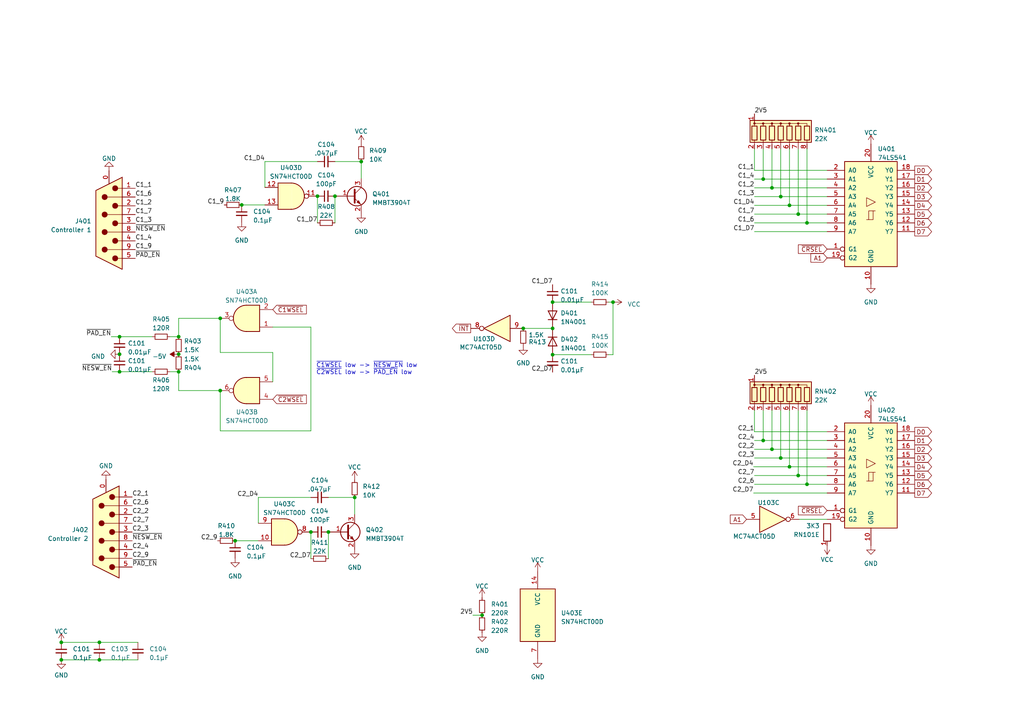
<source format=kicad_sch>
(kicad_sch (version 20230121) (generator eeschema)
  (paper "A4")
  (title_block (title "CoPicoVision") (date "2025-01-23") (rev "3.0") (company "(c) 2024, 2025 Jason R. Thorpe.  See LICENSE."))
  (lib_symbols
    (symbol "74xx:74HCT00" (pin_names (offset 1.016))
      (property "Reference" "U" (at 0 1.27 0))
      (property "Value" "74HCT00" (at 0 -1.27 0))
      (symbol "74HCT00_1_1"
        (arc (start 0 -3.81) (mid 3.7934 0) (end 0 3.81) (stroke (width 0.254)) (fill (type background)))
        (polyline (pts (xy 0 3.81) (xy -3.81 3.81) (xy -3.81 -3.81) (xy 0 -3.81)) (stroke (width 0.254)) (fill (type background)))
        (pin input line (at -7.62 2.54 0) (length 3.81) (name "~") (number "1"))
        (pin input line (at -7.62 -2.54 0) (length 3.81) (name "~") (number "2"))
        (pin output inverted (at 7.62 0 180) (length 3.81) (name "~") (number "3"))
      )
      (symbol "74HCT00_1_2"
        (arc (start -3.81 -3.81) (mid -2.589 0) (end -3.81 3.81) (stroke (width 0.254)))
        (arc (start -0.6096 -3.81) (mid 2.1842 -2.5851) (end 3.81 0) (stroke (width 0.254)) (fill (type background)))
        (polyline (pts (xy -3.81 -3.81) (xy -0.635 -3.81)) (stroke (width 0.254)) (fill (type background)))
        (polyline (pts (xy -3.81 3.81) (xy -0.635 3.81)) (stroke (width 0.254)) (fill (type background)))
        (polyline (pts (xy -0.635 3.81) (xy -3.81 3.81) (xy -3.81 3.81) (xy -3.556 3.4036) (xy -3.0226 2.2606) (xy -2.6924 1.0414) (xy -2.6162 -0.254) (xy -2.7686 -1.4986) (xy -3.175 -2.7178) (xy -3.81 -3.81) (xy -3.81 -3.81) (xy -0.635 -3.81)) (stroke (width -25.4)) (fill (type background)))
        (arc (start 3.81 0) (mid 2.1915 2.5936) (end -0.6096 3.81) (stroke (width 0.254)) (fill (type background)))
        (pin input inverted (at -7.62 2.54 0) (length 4.318) (name "~") (number "1"))
        (pin input inverted (at -7.62 -2.54 0) (length 4.318) (name "~") (number "2"))
        (pin output line (at 7.62 0 180) (length 3.81) (name "~") (number "3"))
      )
      (symbol "74HCT00_2_1"
        (arc (start 0 -3.81) (mid 3.7934 0) (end 0 3.81) (stroke (width 0.254)) (fill (type background)))
        (polyline (pts (xy 0 3.81) (xy -3.81 3.81) (xy -3.81 -3.81) (xy 0 -3.81)) (stroke (width 0.254)) (fill (type background)))
        (pin input line (at -7.62 2.54 0) (length 3.81) (name "~") (number "4"))
        (pin input line (at -7.62 -2.54 0) (length 3.81) (name "~") (number "5"))
        (pin output inverted (at 7.62 0 180) (length 3.81) (name "~") (number "6"))
      )
      (symbol "74HCT00_2_2"
        (arc (start -3.81 -3.81) (mid -2.589 0) (end -3.81 3.81) (stroke (width 0.254)))
        (arc (start -0.6096 -3.81) (mid 2.1842 -2.5851) (end 3.81 0) (stroke (width 0.254)) (fill (type background)))
        (polyline (pts (xy -3.81 -3.81) (xy -0.635 -3.81)) (stroke (width 0.254)) (fill (type background)))
        (polyline (pts (xy -3.81 3.81) (xy -0.635 3.81)) (stroke (width 0.254)) (fill (type background)))
        (polyline (pts (xy -0.635 3.81) (xy -3.81 3.81) (xy -3.81 3.81) (xy -3.556 3.4036) (xy -3.0226 2.2606) (xy -2.6924 1.0414) (xy -2.6162 -0.254) (xy -2.7686 -1.4986) (xy -3.175 -2.7178) (xy -3.81 -3.81) (xy -3.81 -3.81) (xy -0.635 -3.81)) (stroke (width -25.4)) (fill (type background)))
        (arc (start 3.81 0) (mid 2.1915 2.5936) (end -0.6096 3.81) (stroke (width 0.254)) (fill (type background)))
        (pin input inverted (at -7.62 2.54 0) (length 4.318) (name "~") (number "4"))
        (pin input inverted (at -7.62 -2.54 0) (length 4.318) (name "~") (number "5"))
        (pin output line (at 7.62 0 180) (length 3.81) (name "~") (number "6"))
      )
      (symbol "74HCT00_3_1"
        (arc (start 0 -3.81) (mid 3.7934 0) (end 0 3.81) (stroke (width 0.254)) (fill (type background)))
        (polyline (pts (xy 0 3.81) (xy -3.81 3.81) (xy -3.81 -3.81) (xy 0 -3.81)) (stroke (width 0.254)) (fill (type background)))
        (pin input line (at -7.62 -2.54 0) (length 3.81) (name "~") (number "10"))
        (pin output inverted (at 7.62 0 180) (length 3.81) (name "~") (number "8"))
        (pin input line (at -7.62 2.54 0) (length 3.81) (name "~") (number "9"))
      )
      (symbol "74HCT00_3_2"
        (arc (start -3.81 -3.81) (mid -2.589 0) (end -3.81 3.81) (stroke (width 0.254)))
        (arc (start -0.6096 -3.81) (mid 2.1842 -2.5851) (end 3.81 0) (stroke (width 0.254)) (fill (type background)))
        (polyline (pts (xy -3.81 -3.81) (xy -0.635 -3.81)) (stroke (width 0.254)) (fill (type background)))
        (polyline (pts (xy -3.81 3.81) (xy -0.635 3.81)) (stroke (width 0.254)) (fill (type background)))
        (polyline (pts (xy -0.635 3.81) (xy -3.81 3.81) (xy -3.81 3.81) (xy -3.556 3.4036) (xy -3.0226 2.2606) (xy -2.6924 1.0414) (xy -2.6162 -0.254) (xy -2.7686 -1.4986) (xy -3.175 -2.7178) (xy -3.81 -3.81) (xy -3.81 -3.81) (xy -0.635 -3.81)) (stroke (width -25.4)) (fill (type background)))
        (arc (start 3.81 0) (mid 2.1915 2.5936) (end -0.6096 3.81) (stroke (width 0.254)) (fill (type background)))
        (pin input inverted (at -7.62 -2.54 0) (length 4.318) (name "~") (number "10"))
        (pin output line (at 7.62 0 180) (length 3.81) (name "~") (number "8"))
        (pin input inverted (at -7.62 2.54 0) (length 4.318) (name "~") (number "9"))
      )
      (symbol "74HCT00_4_1"
        (arc (start 0 -3.81) (mid 3.7934 0) (end 0 3.81) (stroke (width 0.254)) (fill (type background)))
        (polyline (pts (xy 0 3.81) (xy -3.81 3.81) (xy -3.81 -3.81) (xy 0 -3.81)) (stroke (width 0.254)) (fill (type background)))
        (pin output inverted (at 7.62 0 180) (length 3.81) (name "~") (number "11"))
        (pin input line (at -7.62 2.54 0) (length 3.81) (name "~") (number "12"))
        (pin input line (at -7.62 -2.54 0) (length 3.81) (name "~") (number "13"))
      )
      (symbol "74HCT00_4_2"
        (arc (start -3.81 -3.81) (mid -2.589 0) (end -3.81 3.81) (stroke (width 0.254)))
        (arc (start -0.6096 -3.81) (mid 2.1842 -2.5851) (end 3.81 0) (stroke (width 0.254)) (fill (type background)))
        (polyline (pts (xy -3.81 -3.81) (xy -0.635 -3.81)) (stroke (width 0.254)) (fill (type background)))
        (polyline (pts (xy -3.81 3.81) (xy -0.635 3.81)) (stroke (width 0.254)) (fill (type background)))
        (polyline (pts (xy -0.635 3.81) (xy -3.81 3.81) (xy -3.81 3.81) (xy -3.556 3.4036) (xy -3.0226 2.2606) (xy -2.6924 1.0414) (xy -2.6162 -0.254) (xy -2.7686 -1.4986) (xy -3.175 -2.7178) (xy -3.81 -3.81) (xy -3.81 -3.81) (xy -0.635 -3.81)) (stroke (width -25.4)) (fill (type background)))
        (arc (start 3.81 0) (mid 2.1915 2.5936) (end -0.6096 3.81) (stroke (width 0.254)) (fill (type background)))
        (pin output line (at 7.62 0 180) (length 3.81) (name "~") (number "11"))
        (pin input inverted (at -7.62 2.54 0) (length 4.318) (name "~") (number "12"))
        (pin input inverted (at -7.62 -2.54 0) (length 4.318) (name "~") (number "13"))
      )
      (symbol "74HCT00_5_0"
        (pin power_in line (at 0 12.7 270) (length 5.08) (name "VCC") (number "14"))
        (pin power_in line (at 0 -12.7 90) (length 5.08) (name "GND") (number "7"))
      )
      (symbol "74HCT00_5_1"
        (rectangle (start -5.08 7.62) (end 5.08 -7.62) (stroke (width 0.254)) (fill (type background)))
      )
    )
    (symbol "74xx:74LS05" (pin_names (offset 1.016))
      (property "Reference" "U" (at 0 1.27 0))
      (property "Value" "74LS05" (at 0 -1.27 0))
      (symbol "74LS05_1_0"
        (polyline (pts (xy -3.81 3.81) (xy -3.81 -3.81) (xy 3.81 0) (xy -3.81 3.81)) (stroke (width 0.254)) (fill (type background)))
        (pin input line (at -7.62 0 0) (length 3.81) (name "~") (number "1"))
        (pin open_collector inverted (at 7.62 0 180) (length 3.81) (name "~") (number "2"))
      )
      (symbol "74LS05_2_0"
        (polyline (pts (xy -3.81 3.81) (xy -3.81 -3.81) (xy 3.81 0) (xy -3.81 3.81)) (stroke (width 0.254)) (fill (type background)))
        (pin input line (at -7.62 0 0) (length 3.81) (name "~") (number "3"))
        (pin open_collector inverted (at 7.62 0 180) (length 3.81) (name "~") (number "4"))
      )
      (symbol "74LS05_3_0"
        (polyline (pts (xy -3.81 3.81) (xy -3.81 -3.81) (xy 3.81 0) (xy -3.81 3.81)) (stroke (width 0.254)) (fill (type background)))
        (pin input line (at -7.62 0 0) (length 3.81) (name "~") (number "5"))
        (pin open_collector inverted (at 7.62 0 180) (length 3.81) (name "~") (number "6"))
      )
      (symbol "74LS05_4_0"
        (polyline (pts (xy -3.81 3.81) (xy -3.81 -3.81) (xy 3.81 0) (xy -3.81 3.81)) (stroke (width 0.254)) (fill (type background)))
        (pin open_collector inverted (at 7.62 0 180) (length 3.81) (name "~") (number "8"))
        (pin input line (at -7.62 0 0) (length 3.81) (name "~") (number "9"))
      )
      (symbol "74LS05_5_0"
        (polyline (pts (xy -3.81 3.81) (xy -3.81 -3.81) (xy 3.81 0) (xy -3.81 3.81)) (stroke (width 0.254)) (fill (type background)))
        (pin open_collector inverted (at 7.62 0 180) (length 3.81) (name "~") (number "10"))
        (pin input line (at -7.62 0 0) (length 3.81) (name "~") (number "11"))
      )
      (symbol "74LS05_6_0"
        (polyline (pts (xy -3.81 3.81) (xy -3.81 -3.81) (xy 3.81 0) (xy -3.81 3.81)) (stroke (width 0.254)) (fill (type background)))
        (pin open_collector inverted (at 7.62 0 180) (length 3.81) (name "~") (number "12"))
        (pin input line (at -7.62 0 0) (length 3.81) (name "~") (number "13"))
      )
      (symbol "74LS05_7_0"
        (pin power_in line (at 0 12.7 270) (length 5.08) (name "VCC") (number "14"))
        (pin power_in line (at 0 -12.7 90) (length 5.08) (name "GND") (number "7"))
      )
      (symbol "74LS05_7_1"
        (rectangle (start -5.08 7.62) (end 5.08 -7.62) (stroke (width 0.254)) (fill (type background)))
      )
    )
    (symbol "74xx:74LS541" (pin_names (offset 1.016))
      (property "Reference" "U" (at -7.62 16.51 0))
      (property "Value" "74LS541" (at -7.62 -16.51 0))
      (symbol "74LS541_1_0"
        (polyline (pts (xy -0.635 -1.6002) (xy -0.635 0.9398) (xy 0.635 0.9398)))
        (polyline (pts (xy -1.27 -1.6002) (xy 0.635 -1.6002) (xy 0.635 0.9398) (xy 1.27 0.9398)))
        (polyline (pts (xy 1.27 3.4798) (xy -1.27 4.7498) (xy -1.27 2.2098) (xy 1.27 3.4798)) (stroke (width 0.1524)))
        (pin input inverted (at -12.7 -10.16 0) (length 5.08) (name "G1") (number "1"))
        (pin power_in line (at 0 -20.32 90) (length 5.08) (name "GND") (number "10"))
        (pin tri_state line (at 12.7 -5.08 180) (length 5.08) (name "Y7") (number "11"))
        (pin tri_state line (at 12.7 -2.54 180) (length 5.08) (name "Y6") (number "12"))
        (pin tri_state line (at 12.7 0 180) (length 5.08) (name "Y5") (number "13"))
        (pin tri_state line (at 12.7 2.54 180) (length 5.08) (name "Y4") (number "14"))
        (pin tri_state line (at 12.7 5.08 180) (length 5.08) (name "Y3") (number "15"))
        (pin tri_state line (at 12.7 7.62 180) (length 5.08) (name "Y2") (number "16"))
        (pin tri_state line (at 12.7 10.16 180) (length 5.08) (name "Y1") (number "17"))
        (pin tri_state line (at 12.7 12.7 180) (length 5.08) (name "Y0") (number "18"))
        (pin input inverted (at -12.7 -12.7 0) (length 5.08) (name "G2") (number "19"))
        (pin input line (at -12.7 12.7 0) (length 5.08) (name "A0") (number "2"))
        (pin power_in line (at 0 20.32 270) (length 5.08) (name "VCC") (number "20"))
        (pin input line (at -12.7 10.16 0) (length 5.08) (name "A1") (number "3"))
        (pin input line (at -12.7 7.62 0) (length 5.08) (name "A2") (number "4"))
        (pin input line (at -12.7 5.08 0) (length 5.08) (name "A3") (number "5"))
        (pin input line (at -12.7 2.54 0) (length 5.08) (name "A4") (number "6"))
        (pin input line (at -12.7 0 0) (length 5.08) (name "A5") (number "7"))
        (pin input line (at -12.7 -2.54 0) (length 5.08) (name "A6") (number "8"))
        (pin input line (at -12.7 -5.08 0) (length 5.08) (name "A7") (number "9"))
      )
      (symbol "74LS541_1_1"
        (rectangle (start -7.62 15.24) (end 7.62 -15.24) (stroke (width 0.254)) (fill (type background)))
      )
    )
    (symbol "Connector:DE9_Plug_MountingHoles" (pin_names (offset 1.016) hide)
      (property "Reference" "J" (at 0 16.51 0))
      (property "Value" "DE9_Plug_MountingHoles" (at 0 14.605 0))
      (symbol "DE9_Plug_MountingHoles_0_1"
        (circle (center -1.778 -10.16) (radius 0.762) (fill (type outline)))
        (circle (center -1.778 -5.08) (radius 0.762) (fill (type outline)))
        (circle (center -1.778 0) (radius 0.762) (fill (type outline)))
        (circle (center -1.778 5.08) (radius 0.762) (fill (type outline)))
        (circle (center -1.778 10.16) (radius 0.762) (fill (type outline)))
        (polyline (pts (xy -3.81 -10.16) (xy -2.54 -10.16)))
        (polyline (pts (xy -3.81 -7.62) (xy 0.508 -7.62)))
        (polyline (pts (xy -3.81 -5.08) (xy -2.54 -5.08)))
        (polyline (pts (xy -3.81 -2.54) (xy 0.508 -2.54)))
        (polyline (pts (xy -3.81 0) (xy -2.54 0)))
        (polyline (pts (xy -3.81 2.54) (xy 0.508 2.54)))
        (polyline (pts (xy -3.81 5.08) (xy -2.54 5.08)))
        (polyline (pts (xy -3.81 7.62) (xy 0.508 7.62)))
        (polyline (pts (xy -3.81 10.16) (xy -2.54 10.16)))
        (polyline (pts (xy -3.81 -13.335) (xy -3.81 13.335) (xy 3.81 9.525) (xy 3.81 -9.525) (xy -3.81 -13.335)) (stroke (width 0.254)) (fill (type background)))
        (circle (center 1.27 -7.62) (radius 0.762) (fill (type outline)))
        (circle (center 1.27 -2.54) (radius 0.762) (fill (type outline)))
        (circle (center 1.27 2.54) (radius 0.762) (fill (type outline)))
        (circle (center 1.27 7.62) (radius 0.762) (fill (type outline)))
      )
      (symbol "DE9_Plug_MountingHoles_1_1"
        (pin passive line (at 0 -15.24 90) (length 3.81) (name "PAD") (number "0"))
        (pin passive line (at -7.62 -10.16 0) (length 3.81) (name "1") (number "1"))
        (pin passive line (at -7.62 -5.08 0) (length 3.81) (name "2") (number "2"))
        (pin passive line (at -7.62 0 0) (length 3.81) (name "3") (number "3"))
        (pin passive line (at -7.62 5.08 0) (length 3.81) (name "4") (number "4"))
        (pin passive line (at -7.62 10.16 0) (length 3.81) (name "5") (number "5"))
        (pin passive line (at -7.62 -7.62 0) (length 3.81) (name "6") (number "6"))
        (pin passive line (at -7.62 -2.54 0) (length 3.81) (name "7") (number "7"))
        (pin passive line (at -7.62 2.54 0) (length 3.81) (name "8") (number "8"))
        (pin passive line (at -7.62 7.62 0) (length 3.81) (name "9") (number "9"))
      )
    )
    (symbol "Device:C_Small" (pin_numbers hide) (pin_names (offset 0.254) hide)
      (property "Reference" "C" (at 0.254 1.778 0))
      (property "Value" "C_Small" (at 0.254 -2.032 0))
      (symbol "C_Small_0_1"
        (polyline (pts (xy -1.524 -0.508) (xy 1.524 -0.508)) (stroke (width 0.3302)))
        (polyline (pts (xy -1.524 0.508) (xy 1.524 0.508)) (stroke (width 0.3048)))
      )
      (symbol "C_Small_1_1"
        (pin passive line (at 0 2.54 270) (length 2.032) (name "~") (number "1"))
        (pin passive line (at 0 -2.54 90) (length 2.032) (name "~") (number "2"))
      )
    )
    (symbol "Device:Q_NPN_BEC" (pin_names (offset 0) hide)
      (property "Reference" "Q" (at 5.08 1.27 0))
      (property "Value" "Q_NPN_BEC" (at 5.08 -1.27 0))
      (symbol "Q_NPN_BEC_0_1"
        (polyline (pts (xy 0.635 0.635) (xy 2.54 2.54)))
        (polyline (pts (xy 0.635 -0.635) (xy 2.54 -2.54) (xy 2.54 -2.54)))
        (polyline (pts (xy 0.635 1.905) (xy 0.635 -1.905) (xy 0.635 -1.905)) (stroke (width 0.508)))
        (polyline (pts (xy 1.27 -1.778) (xy 1.778 -1.27) (xy 2.286 -2.286) (xy 1.27 -1.778) (xy 1.27 -1.778)) (fill (type outline)))
        (circle (center 1.27 0) (radius 2.8194) (stroke (width 0.254)))
      )
      (symbol "Q_NPN_BEC_1_1"
        (pin input line (at -5.08 0 0) (length 5.715) (name "B") (number "1"))
        (pin passive line (at 2.54 -5.08 90) (length 2.54) (name "E") (number "2"))
        (pin passive line (at 2.54 5.08 270) (length 2.54) (name "C") (number "3"))
      )
    )
    (symbol "Device:R_Network04_Split" (pin_names (offset 0) hide)
      (property "Reference" "RN" (at 2.032 0 90))
      (property "Value" "R_Network04_Split" (at 0 0 90))
      (symbol "R_Network04_Split_0_1"
        (rectangle (start 1.016 2.54) (end -1.016 -2.54) (stroke (width 0.254)))
        (pin passive line (at 0 3.81 270) (length 1.27) (name "R1") (number "1"))
      )
      (symbol "R_Network04_Split_1_1"
        (pin passive line (at 0 -3.81 90) (length 1.27) (name "R1.2") (number "2"))
      )
      (symbol "R_Network04_Split_2_1"
        (pin passive line (at 0 -3.81 90) (length 1.27) (name "R2.2") (number "3"))
      )
      (symbol "R_Network04_Split_3_1"
        (pin passive line (at 0 -3.81 90) (length 1.27) (name "R3.2") (number "4"))
      )
      (symbol "R_Network04_Split_4_1"
        (pin passive line (at 0 -3.81 90) (length 1.27) (name "R4.2") (number "5"))
      )
    )
    (symbol "Device:R_Network07" (pin_names (offset 0) hide)
      (property "Reference" "RN" (at -10.16 0 90))
      (property "Value" "R_Network07" (at 10.16 0 90))
      (symbol "R_Network07_0_1"
        (rectangle (start -8.89 -3.175) (end 8.89 3.175) (stroke (width 0.254)) (fill (type background)))
        (rectangle (start -8.382 1.524) (end -6.858 -2.54) (stroke (width 0.254)))
        (circle (center -7.62 2.286) (radius 0.254) (fill (type outline)))
        (rectangle (start -5.842 1.524) (end -4.318 -2.54) (stroke (width 0.254)))
        (circle (center -5.08 2.286) (radius 0.254) (fill (type outline)))
        (rectangle (start -3.302 1.524) (end -1.778 -2.54) (stroke (width 0.254)))
        (circle (center -2.54 2.286) (radius 0.254) (fill (type outline)))
        (rectangle (start -0.762 1.524) (end 0.762 -2.54) (stroke (width 0.254)))
        (polyline (pts (xy -7.62 -2.54) (xy -7.62 -3.81)))
        (polyline (pts (xy -5.08 -2.54) (xy -5.08 -3.81)))
        (polyline (pts (xy -2.54 -2.54) (xy -2.54 -3.81)))
        (polyline (pts (xy 0 -2.54) (xy 0 -3.81)))
        (polyline (pts (xy 2.54 -2.54) (xy 2.54 -3.81)))
        (polyline (pts (xy 5.08 -2.54) (xy 5.08 -3.81)))
        (polyline (pts (xy 7.62 -2.54) (xy 7.62 -3.81)))
        (polyline (pts (xy -7.62 1.524) (xy -7.62 2.286) (xy -5.08 2.286) (xy -5.08 1.524)))
        (polyline (pts (xy -5.08 1.524) (xy -5.08 2.286) (xy -2.54 2.286) (xy -2.54 1.524)))
        (polyline (pts (xy -2.54 1.524) (xy -2.54 2.286) (xy 0 2.286) (xy 0 1.524)))
        (polyline (pts (xy 0 1.524) (xy 0 2.286) (xy 2.54 2.286) (xy 2.54 1.524)))
        (polyline (pts (xy 2.54 1.524) (xy 2.54 2.286) (xy 5.08 2.286) (xy 5.08 1.524)))
        (polyline (pts (xy 5.08 1.524) (xy 5.08 2.286) (xy 7.62 2.286) (xy 7.62 1.524)))
        (circle (center 0 2.286) (radius 0.254) (fill (type outline)))
        (rectangle (start 1.778 1.524) (end 3.302 -2.54) (stroke (width 0.254)))
        (circle (center 2.54 2.286) (radius 0.254) (fill (type outline)))
        (rectangle (start 4.318 1.524) (end 5.842 -2.54) (stroke (width 0.254)))
        (circle (center 5.08 2.286) (radius 0.254) (fill (type outline)))
        (rectangle (start 6.858 1.524) (end 8.382 -2.54) (stroke (width 0.254)))
      )
      (symbol "R_Network07_1_1"
        (pin passive line (at -7.62 5.08 270) (length 2.54) (name "common") (number "1"))
        (pin passive line (at -7.62 -5.08 90) (length 1.27) (name "R1") (number "2"))
        (pin passive line (at -5.08 -5.08 90) (length 1.27) (name "R2") (number "3"))
        (pin passive line (at -2.54 -5.08 90) (length 1.27) (name "R3") (number "4"))
        (pin passive line (at 0 -5.08 90) (length 1.27) (name "R4") (number "5"))
        (pin passive line (at 2.54 -5.08 90) (length 1.27) (name "R5") (number "6"))
        (pin passive line (at 5.08 -5.08 90) (length 1.27) (name "R6") (number "7"))
        (pin passive line (at 7.62 -5.08 90) (length 1.27) (name "R7") (number "8"))
      )
    )
    (symbol "Device:R_Small" (pin_numbers hide) (pin_names (offset 0.254) hide)
      (property "Reference" "R" (at 0.762 0.508 0))
      (property "Value" "R_Small" (at 0.762 -1.016 0))
      (symbol "R_Small_0_1"
        (rectangle (start -0.762 1.778) (end 0.762 -1.778) (stroke (width 0.2032)))
      )
      (symbol "R_Small_1_1"
        (pin passive line (at 0 2.54 270) (length 0.762) (name "~") (number "1"))
        (pin passive line (at 0 -2.54 90) (length 0.762) (name "~") (number "2"))
      )
    )
    (symbol "Diode:1N4001" (pin_numbers hide) (pin_names hide)
      (property "Reference" "D" (at 0 2.54 0))
      (property "Value" "1N4001" (at 0 -2.54 0))
      (symbol "1N4001_0_1"
        (polyline (pts (xy -1.27 1.27) (xy -1.27 -1.27)) (stroke (width 0.254)))
        (polyline (pts (xy 1.27 0) (xy -1.27 0)))
        (polyline (pts (xy 1.27 1.27) (xy 1.27 -1.27) (xy -1.27 0) (xy 1.27 1.27)) (stroke (width 0.254)))
      )
      (symbol "1N4001_1_1"
        (pin passive line (at -3.81 0 0) (length 2.54) (name "K") (number "1"))
        (pin passive line (at 3.81 0 180) (length 2.54) (name "A") (number "2"))
      )
    )
    (symbol "power:-5V" (power) (pin_names (offset 0))
      (property "Value" "-5V" (at 0 3.81 0))
      (symbol "-5V_0_0"
        (pin power_in line (at 0 0 90) (length 0) hide (name "-5V") (number "1"))
      )
      (symbol "-5V_0_1"
        (polyline (pts (xy 0 0) (xy 0 1.27) (xy 0.762 1.27) (xy 0 2.54) (xy -0.762 1.27) (xy 0 1.27)) (fill (type outline)))
      )
    )
    (symbol "power:GND" (power) (pin_names (offset 0))
      (property "Value" "GND" (at 0 -3.81 0))
      (symbol "GND_0_1"
        (polyline (pts (xy 0 0) (xy 0 -1.27) (xy 1.27 -1.27) (xy 0 -2.54) (xy -1.27 -1.27) (xy 0 -1.27)))
      )
      (symbol "GND_1_1"
        (pin power_in line (at 0 0 270) (length 0) hide (name "GND") (number "1"))
      )
    )
    (symbol "power:VCC" (power) (pin_names (offset 0))
      (property "Value" "VCC" (at 0 3.81 0))
      (symbol "VCC_0_1"
        (polyline (pts (xy -0.762 1.27) (xy 0 2.54)))
        (polyline (pts (xy 0 0) (xy 0 2.54)))
        (polyline (pts (xy 0 2.54) (xy 0.762 1.27)))
      )
      (symbol "VCC_1_1"
        (pin power_in line (at 0 0 90) (length 0) hide (name "VCC") (number "1"))
      )
    )
  )
  (junction (at 223.901 130.302))
  (junction (at 17.78 191.389))
  (junction (at 226.441 132.842))
  (junction (at 234.061 64.643))
  (junction (at 95.25 154.305))
  (junction (at 160.274 87.63))
  (junction (at 51.816 107.823))
  (junction (at 34.671 97.663))
  (junction (at 104.775 46.863))
  (junction (at 231.521 137.922))
  (junction (at 17.78 186.309))
  (junction (at 68.199 156.845))
  (junction (at 221.361 127.762))
  (junction (at 231.521 62.103))
  (junction (at 139.827 178.435))
  (junction (at 228.981 135.382))
  (junction (at 151.765 95.25))
  (junction (at 102.87 144.272))
  (junction (at 28.829 191.389))
  (junction (at 92.075 56.896))
  (junction (at 63.881 113.284))
  (junction (at 63.881 92.329))
  (junction (at 223.901 54.483))
  (junction (at 228.981 59.563))
  (junction (at 51.816 97.663))
  (junction (at 34.671 102.743))
  (junction (at 226.441 57.023))
  (junction (at 97.155 56.896))
  (junction (at 234.061 140.462))
  (junction (at 34.671 107.823))
  (junction (at 51.816 102.743))
  (junction (at 70.104 59.436))
  (junction (at 177.8 87.63))
  (junction (at 160.274 95.25))
  (junction (at 160.274 102.87))
  (junction (at 28.829 186.309))
  (junction (at 221.361 51.943))
  (junction (at 90.17 154.305))
  (wire (pts (xy 95.25 144.272) (xy 102.87 144.272)))
  (wire (pts (xy 32.512 107.823) (xy 34.671 107.823)))
  (wire (pts (xy 104.775 46.863) (xy 104.775 51.816)))
  (wire (pts (xy 151.765 95.25) (xy 160.274 95.25)))
  (wire (pts (xy 218.567 135.382) (xy 228.981 135.382)))
  (wire (pts (xy 218.821 62.103) (xy 231.521 62.103)))
  (wire (pts (xy 51.816 113.284) (xy 51.816 107.823)))
  (wire (pts (xy 90.17 94.869) (xy 90.17 124.968)))
  (wire (pts (xy 223.901 54.483) (xy 239.903 54.483)))
  (wire (pts (xy 68.199 156.845) (xy 74.93 156.845)))
  (wire (pts (xy 231.521 118.999) (xy 231.521 137.922)))
  (wire (pts (xy 231.775 150.622) (xy 239.903 150.622)))
  (wire (pts (xy 92.075 56.896) (xy 92.075 64.643)))
  (wire (pts (xy 137.16 178.435) (xy 139.827 178.435)))
  (wire (pts (xy 49.276 97.663) (xy 51.816 97.663)))
  (wire (pts (xy 76.835 46.863) (xy 92.075 46.863)))
  (wire (pts (xy 79.121 94.869) (xy 90.17 94.869)))
  (wire (pts (xy 218.821 54.483) (xy 223.901 54.483)))
  (wire (pts (xy 74.93 144.272) (xy 90.17 144.272)))
  (wire (pts (xy 51.816 92.329) (xy 51.816 97.663)))
  (wire (pts (xy 226.441 57.023) (xy 239.903 57.023)))
  (wire (pts (xy 177.8 102.87) (xy 176.53 102.87)))
  (wire (pts (xy 228.981 43.18) (xy 228.981 59.563)))
  (wire (pts (xy 70.104 59.436) (xy 76.835 59.436)))
  (wire (pts (xy 97.155 46.863) (xy 104.775 46.863)))
  (wire (pts (xy 90.17 124.968) (xy 63.881 124.968)))
  (wire (pts (xy 218.821 49.403) (xy 239.903 49.403)))
  (wire (pts (xy 34.671 107.823) (xy 44.196 107.823)))
  (wire (pts (xy 218.821 51.943) (xy 221.361 51.943)))
  (wire (pts (xy 218.821 125.222) (xy 239.903 125.222)))
  (wire (pts (xy 28.829 186.309) (xy 40.005 186.309)))
  (wire (pts (xy 226.441 132.842) (xy 239.903 132.842)))
  (wire (pts (xy 234.061 140.462) (xy 239.903 140.462)))
  (wire (pts (xy 231.521 43.18) (xy 231.521 62.103)))
  (wire (pts (xy 32.258 97.663) (xy 34.671 97.663)))
  (wire (pts (xy 63.881 113.284) (xy 51.816 113.284)))
  (wire (pts (xy 160.274 102.87) (xy 171.45 102.87)))
  (wire (pts (xy 234.061 43.18) (xy 234.061 64.643)))
  (wire (pts (xy 221.361 127.762) (xy 239.903 127.762)))
  (wire (pts (xy 228.981 135.382) (xy 239.903 135.382)))
  (wire (pts (xy 218.567 143.002) (xy 239.903 143.002)))
  (wire (pts (xy 221.361 51.943) (xy 239.903 51.943)))
  (wire (pts (xy 218.821 137.922) (xy 231.521 137.922)))
  (wire (pts (xy 63.881 92.329) (xy 51.816 92.329)))
  (wire (pts (xy 218.821 140.462) (xy 234.061 140.462)))
  (wire (pts (xy 34.671 97.663) (xy 44.196 97.663)))
  (wire (pts (xy 102.87 144.272) (xy 102.87 149.225)))
  (wire (pts (xy 218.821 132.842) (xy 226.441 132.842)))
  (wire (pts (xy 218.821 59.563) (xy 228.981 59.563)))
  (wire (pts (xy 176.53 87.63) (xy 177.8 87.63)))
  (wire (pts (xy 177.8 87.63) (xy 177.8 102.87)))
  (wire (pts (xy 63.881 92.329) (xy 63.881 102.235)))
  (wire (pts (xy 90.17 154.305) (xy 90.17 162.052)))
  (wire (pts (xy 223.901 118.999) (xy 223.901 130.302)))
  (wire (pts (xy 234.061 118.999) (xy 234.061 140.462)))
  (wire (pts (xy 218.821 127.762) (xy 221.361 127.762)))
  (wire (pts (xy 234.061 64.643) (xy 239.903 64.643)))
  (wire (pts (xy 17.78 191.389) (xy 28.829 191.389)))
  (wire (pts (xy 218.821 57.023) (xy 226.441 57.023)))
  (wire (pts (xy 218.821 64.643) (xy 234.061 64.643)))
  (wire (pts (xy 231.521 137.922) (xy 239.903 137.922)))
  (wire (pts (xy 95.25 154.305) (xy 95.25 162.052)))
  (wire (pts (xy 28.829 191.389) (xy 40.005 191.389)))
  (wire (pts (xy 231.521 62.103) (xy 239.903 62.103)))
  (wire (pts (xy 226.441 118.999) (xy 226.441 132.842)))
  (wire (pts (xy 218.821 130.302) (xy 223.901 130.302)))
  (wire (pts (xy 63.881 124.968) (xy 63.881 113.284)))
  (wire (pts (xy 228.981 118.999) (xy 228.981 135.382)))
  (wire (pts (xy 74.93 151.765) (xy 74.93 144.272)))
  (wire (pts (xy 79.121 102.235) (xy 79.121 110.744)))
  (wire (pts (xy 226.441 43.18) (xy 226.441 57.023)))
  (wire (pts (xy 221.361 118.999) (xy 221.361 127.762)))
  (wire (pts (xy 223.901 130.302) (xy 239.903 130.302)))
  (wire (pts (xy 160.274 87.63) (xy 171.45 87.63)))
  (wire (pts (xy 218.821 43.18) (xy 218.821 49.403)))
  (wire (pts (xy 17.78 186.309) (xy 28.829 186.309)))
  (wire (pts (xy 218.821 67.183) (xy 239.903 67.183)))
  (wire (pts (xy 63.881 102.235) (xy 79.121 102.235)))
  (wire (pts (xy 218.821 118.999) (xy 218.821 125.222)))
  (wire (pts (xy 97.155 56.896) (xy 97.155 64.643)))
  (wire (pts (xy 221.361 43.18) (xy 221.361 51.943)))
  (wire (pts (xy 49.276 107.823) (xy 51.816 107.823)))
  (wire (pts (xy 228.981 59.563) (xy 239.903 59.563)))
  (wire (pts (xy 223.901 43.18) (xy 223.901 54.483)))
  (wire (pts (xy 76.835 54.356) (xy 76.835 46.863)))
  (text "~{C1WSEL} low -> ~{NESW_EN} low\n~{C2WSEL} low -> ~{PAD_EN} low" (at 91.694 108.839 0) (effects (font (size 1.27 1.27)) (justify left bottom)))
  (label "C2_2" (at 218.821 130.302 180))
  (label "C2_D4" (at 218.567 135.382 180))
  (label "~{NESW_EN}" (at 32.512 107.823 180))
  (label "~{PAD_EN}" (at 39.243 74.93 0))
  (label "C1_2" (at 218.821 54.483 180))
  (label "C1_D4" (at 218.821 59.563 180))
  (label "~{PAD_EN}" (at 38.354 164.465 0))
  (label "C2_6" (at 38.354 146.685 0))
  (label "C1_7" (at 218.821 62.103 180))
  (label "C1_D7" (at 218.821 67.183 180))
  (label "C1_1" (at 39.243 54.61 0))
  (label "C1_9" (at 39.243 72.39 0))
  (label "C2_D7" (at 90.17 162.052 180))
  (label "C2_1" (at 38.354 144.145 0))
  (label "C2_D7" (at 160.274 107.95 180))
  (label "~{NESW_EN}" (at 38.354 156.845 0))
  (label "C2_3" (at 218.821 132.842 180))
  (label "C1_4" (at 218.821 51.943 180))
  (label "C2_9" (at 38.354 161.925 0))
  (label "C2_3" (at 38.354 154.305 0))
  (label "C1_1" (at 218.821 49.403 180))
  (label "2V5" (at 137.16 178.435 180))
  (label "C1_3" (at 39.243 64.77 0))
  (label "C1_6" (at 218.821 64.643 180))
  (label "C2_1" (at 218.821 125.222 180))
  (label "C1_7" (at 39.243 62.23 0))
  (label "C1_6" (at 39.243 57.15 0))
  (label "C2_2" (at 38.354 149.225 0))
  (label "C2_4" (at 218.821 127.762 180))
  (label "C1_D4" (at 76.835 46.863 180))
  (label "~{NESW_EN}" (at 39.243 67.31 0))
  (label "~{PAD_EN}" (at 32.258 97.663 180))
  (label "C1_D7" (at 92.075 64.643 180))
  (label "C1_2" (at 39.243 59.69 0))
  (label "C2_D7" (at 218.567 143.002 180))
  (label "C2_7" (at 38.354 151.765 0))
  (label "C2_7" (at 218.821 137.922 180))
  (label "C2_6" (at 218.821 140.462 180))
  (label "2V5" (at 218.821 108.839 0))
  (label "C1_4" (at 39.243 69.85 0))
  (label "C2_4" (at 38.354 159.385 0))
  (label "C2_9" (at 63.119 156.845 180))
  (label "C2_D4" (at 74.93 144.272 180))
  (label "C1_3" (at 218.821 57.023 180))
  (label "C1_9" (at 65.024 59.436 180))
  (label "C1_D7" (at 160.274 82.55 180))
  (label "2V5" (at 218.821 33.02 0))
  (global_label "D1" (shape output) (at 265.303 127.762 0) (property "Intersheetrefs" "${INTERSHEET_REFS}" (effects hide)))
  (global_label "D7" (shape output) (at 265.303 67.183 0) (property "Intersheetrefs" "${INTERSHEET_REFS}" (effects hide)))
  (global_label "D1" (shape output) (at 265.303 51.943 0) (property "Intersheetrefs" "${INTERSHEET_REFS}" (effects hide)))
  (global_label "D7" (shape output) (at 265.303 143.002 0) (property "Intersheetrefs" "${INTERSHEET_REFS}" (effects hide)))
  (global_label "D6" (shape output) (at 265.303 140.462 0) (property "Intersheetrefs" "${INTERSHEET_REFS}" (effects hide)))
  (global_label "A1" (shape input) (at 239.903 74.803 180) (property "Intersheetrefs" "${INTERSHEET_REFS}" (effects hide)))
  (global_label "D4" (shape output) (at 265.303 59.563 0) (property "Intersheetrefs" "${INTERSHEET_REFS}" (effects hide)))
  (global_label "~{C2WSEL}" (shape input) (at 79.121 115.824 0) (property "Intersheetrefs" "${INTERSHEET_REFS}" (effects hide)))
  (global_label "D6" (shape output) (at 265.303 64.643 0) (property "Intersheetrefs" "${INTERSHEET_REFS}" (effects hide)))
  (global_label "D5" (shape output) (at 265.303 62.103 0) (property "Intersheetrefs" "${INTERSHEET_REFS}" (effects hide)))
  (global_label "D5" (shape output) (at 265.303 137.922 0) (property "Intersheetrefs" "${INTERSHEET_REFS}" (effects hide)))
  (global_label "~{CRSEL}" (shape input) (at 239.903 148.082 180) (property "Intersheetrefs" "${INTERSHEET_REFS}" (effects hide)))
  (global_label "~{C1WSEL}" (shape input) (at 79.121 89.789 0) (property "Intersheetrefs" "${INTERSHEET_REFS}" (effects hide)))
  (global_label "D3" (shape output) (at 265.303 132.842 0) (property "Intersheetrefs" "${INTERSHEET_REFS}" (effects hide)))
  (global_label "D2" (shape output) (at 265.303 130.302 0) (property "Intersheetrefs" "${INTERSHEET_REFS}" (effects hide)))
  (global_label "~{CRSEL}" (shape input) (at 239.903 72.263 180) (property "Intersheetrefs" "${INTERSHEET_REFS}" (effects hide)))
  (global_label "D2" (shape output) (at 265.303 54.483 0) (property "Intersheetrefs" "${INTERSHEET_REFS}" (effects hide)))
  (global_label "D3" (shape output) (at 265.303 57.023 0) (property "Intersheetrefs" "${INTERSHEET_REFS}" (effects hide)))
  (global_label "A1" (shape input) (at 216.535 150.622 180) (property "Intersheetrefs" "${INTERSHEET_REFS}" (effects hide)))
  (global_label "D0" (shape output) (at 265.303 125.222 0) (property "Intersheetrefs" "${INTERSHEET_REFS}" (effects hide)))
  (global_label "~{INT}" (shape output) (at 136.525 95.25 180) (property "Intersheetrefs" "${INTERSHEET_REFS}" (effects hide)))
  (global_label "D4" (shape output) (at 265.303 135.382 0) (property "Intersheetrefs" "${INTERSHEET_REFS}" (effects hide)))
  (global_label "D0" (shape output) (at 265.303 49.403 0) (property "Intersheetrefs" "${INTERSHEET_REFS}" (effects hide)))
  (symbol (lib_id "Device:C_Small") (at 160.274 105.41 0) (unit 1)
    (property "Reference" "C101" (at 162.56 104.775 0) (effects (justify left)))
    (property "Value" "0.01µF" (at 162.56 107.315 0) (effects (justify left)))
    (property "Footprint" "Capacitor_SMD:C_0805_2012Metric_Pad1.18x1.45mm_HandSolder" (effects hide))
    (property "Mouser" "581-08055C103J" (effects hide))
    (instances (project "CoPicoVision" (path "" (reference "C101") (unit 1)) (path "" (reference "C413") (unit 1))))
  )
  (symbol (lib_id "power:GND") (at 68.199 161.925 0) (unit 1)
    (property "Reference" "#PWR0419" (effects hide))
    (property "Value" "GND" (at 68.199 167.132 0))
  )
  (symbol (lib_id "Device:R_Network07") (at 226.441 113.919 0) (unit 1)
    (property "Reference" "RN402" (at 236.22 113.538 0) (effects (justify left)))
    (property "Value" "22K" (at 236.22 116.078 0) (effects (justify left)))
    (property "Footprint" "Resistor_THT:R_Array_SIP8" (effects hide))
    (property "Datasheet" "http://www.vishay.com/docs/31509/csc.pdf" (effects hide))
    (property "Mouser" "652-4608X-1LF-22K" (effects hide))
  )
  (symbol (lib_id "power:GND") (at 139.827 183.515 0) (unit 1)
    (property "Reference" "#PWR0412" (effects hide))
    (property "Value" "GND" (at 139.827 188.722 0))
  )
  (symbol (lib_id "Device:C_Small") (at 92.71 144.272 90) (unit 1)
    (property "Reference" "C104" (at 92.7163 139.319 90))
    (property "Value" ".047µF" (at 92.7163 141.859 90))
    (property "Footprint" "Capacitor_SMD:C_0805_2012Metric_Pad1.18x1.45mm_HandSolder" (effects hide))
    (property "Mouser" "80-C0805C473J5R" (effects hide))
    (instances (project "CoPicoVision" (path "" (reference "C104") (unit 1)) (path "" (reference "C410") (unit 1))))
  )
  (symbol (lib_id "Device:Q_NPN_BEC") (at 102.235 56.896 0) (unit 1)
    (property "Reference" "Q401" (at 107.95 56.261 0) (effects (justify left)))
    (property "Value" "MMBT3904T" (at 107.95 58.801 0) (effects (justify left)))
    (property "Footprint" "Package_TO_SOT_SMD:SOT-523" (effects hide))
    (property "Mouser" "621-MMBT3904T-F" (effects hide))
  )
  (symbol (lib_id "Device:R_Small") (at 139.827 180.975 0) (unit 1)
    (property "Reference" "R402" (at 142.367 180.34 0) (effects (justify left)))
    (property "Value" "220R" (at 142.367 182.88 0) (effects (justify left)))
    (property "Footprint" "Resistor_SMD:R_0805_2012Metric_Pad1.20x1.40mm_HandSolder" (effects hide))
    (property "Mouser" "71-CRCW0805-220-E3" (effects hide))
  )
  (symbol (lib_id "Device:R_Small") (at 104.775 44.323 180) (unit 1)
    (property "Reference" "R409" (at 107.061 43.688 0) (effects (justify right)))
    (property "Value" "10K" (at 107.061 46.228 0) (effects (justify right)))
    (property "Footprint" "Resistor_SMD:R_0805_2012Metric_Pad1.20x1.40mm_HandSolder" (effects hide))
    (property "Mouser" "71-CRCW0805-10K-E3" (effects hide))
  )
  (symbol (lib_id "Device:R_Small") (at 65.659 156.845 90) (unit 1)
    (property "Reference" "R410" (at 65.659 152.527 90))
    (property "Value" "1.8K" (at 65.659 155.067 90))
    (property "Footprint" "Resistor_SMD:R_0805_2012Metric_Pad1.20x1.40mm_HandSolder" (effects hide))
    (property "Mouser" "71-CRCW0805-1.8K-E3" (effects hide))
  )
  (symbol (lib_id "Device:R_Small") (at 92.71 162.052 90) (unit 1)
    (property "Reference" "R411" (at 92.71 157.353 90))
    (property "Value" "22K" (at 92.71 159.893 90))
    (property "Footprint" "Resistor_SMD:R_0805_2012Metric_Pad1.20x1.40mm_HandSolder" (effects hide))
    (property "Mouser" "71-CRCW0805-22K-E3" (effects hide))
  )
  (symbol (lib_id "power:VCC") (at 139.827 173.355 0) (unit 1)
    (property "Reference" "#PWR0413" (effects hide))
    (property "Value" "VCC" (at 139.827 170.053 0))
  )
  (symbol (lib_id "Device:R_Small") (at 173.99 102.87 90) (unit 1)
    (property "Reference" "R415" (at 173.99 97.663 90))
    (property "Value" "100K" (at 173.99 100.203 90))
    (property "Footprint" "Resistor_SMD:R_0805_2012Metric_Pad1.20x1.40mm_HandSolder" (effects hide))
    (property "Mouser" "71-CRCW0805-100K-E3" (effects hide))
  )
  (symbol (lib_id "power:GND") (at 30.734 139.065 180) (unit 1)
    (property "Reference" "#PWR0402" (effects hide))
    (property "Value" "GND" (at 30.734 135.128 0))
  )
  (symbol (lib_id "Connector:DE9_Plug_MountingHoles") (at 31.623 64.77 180) (unit 1)
    (property "Reference" "J401" (at 26.543 64.135 0) (effects (justify left)))
    (property "Value" "Controller 1" (at 26.543 66.675 0) (effects (justify left)))
    (property "Footprint" "Connector_Dsub:DSUB-9_Male_Horizontal_P2.77x2.84mm_EdgePinOffset7.70mm_Housed_MountingHolesOffset9.12mm" (effects hide))
    (property "Datasheet" "https://www.mouser.com/datasheet/2/18/amphenol_amphs14020-1-1733466.pdf" (effects hide))
    (property "Mouser" "523-G17C0910132EU" (effects hide))
  )
  (symbol (lib_id "74xx:74HCT00") (at 82.55 154.305 0) (unit 3)
    (property "Reference" "U403" (at 82.5417 146.177 0))
    (property "Value" "SN74HCT00D" (at 82.5417 148.717 0))
    (property "Footprint" "Package_SO:SOIC-14_3.9x8.7mm_P1.27mm" (effects hide))
    (property "Datasheet" "http://www.ti.com/lit/gpn/sn74hct00" (effects hide))
    (property "Mouser" "595-SN74HCT00DR" (effects hide))
  )
  (symbol (lib_id "Device:R_Small") (at 139.827 175.895 0) (unit 1)
    (property "Reference" "R401" (at 142.367 175.26 0) (effects (justify left)))
    (property "Value" "220R" (at 142.367 177.8 0) (effects (justify left)))
    (property "Footprint" "Resistor_SMD:R_0805_2012Metric_Pad1.20x1.40mm_HandSolder" (effects hide))
    (property "Mouser" "71-CRCW0805-220-E3" (effects hide))
  )
  (symbol (lib_id "power:GND") (at 252.603 158.242 0) (unit 1)
    (property "Reference" "#PWR0406" (effects hide))
    (property "Value" "GND" (at 252.603 163.449 0))
  )
  (symbol (lib_id "power:GND") (at 155.956 191.135 0) (unit 1)
    (property "Reference" "#PWR0411" (effects hide))
    (property "Value" "GND" (at 155.956 196.342 0))
  )
  (symbol (lib_id "Device:C_Small") (at 17.78 188.849 0) (unit 1)
    (property "Reference" "C101" (at 21.082 188.2203 0) (effects (justify left)))
    (property "Value" "0.1µF" (at 21.082 190.7603 0) (effects (justify left)))
    (property "Footprint" "Capacitor_SMD:C_0805_2012Metric_Pad1.18x1.45mm_HandSolder" (effects hide))
    (property "Mouser" "581-KAM21BR71H104JT" (effects hide))
    (instances (project "CoPicoVision" (path "" (reference "C101") (unit 1)) (path "" (reference "C401") (unit 1))))
  )
  (symbol (lib_id "power:GND") (at 104.775 61.976 0) (unit 1)
    (property "Reference" "#PWR0417" (effects hide))
    (property "Value" "GND" (at 104.775 67.183 0))
  )
  (symbol (lib_id "Device:R_Small") (at 67.564 59.436 90) (unit 1)
    (property "Reference" "R407" (at 67.564 55.118 90))
    (property "Value" "1.8K" (at 67.564 57.658 90))
    (property "Footprint" "Resistor_SMD:R_0805_2012Metric_Pad1.20x1.40mm_HandSolder" (effects hide))
    (property "Mouser" "71-CRCW0805-1.8K-E3" (effects hide))
  )
  (symbol (lib_id "Device:R_Small") (at 51.816 105.283 0) (mirror x) (unit 1)
    (property "Reference" "R404" (at 53.34 106.68 0) (effects (justify left)))
    (property "Value" "1.5K" (at 53.34 104.14 0) (effects (justify left)))
    (property "Footprint" "Resistor_SMD:R_0805_2012Metric_Pad1.20x1.40mm_HandSolder" (effects hide))
    (property "Mouser" "71-CRCW0805-1.5K-E3" (effects hide))
  )
  (symbol (lib_id "Device:R_Network07") (at 226.441 38.1 0) (unit 1)
    (property "Reference" "RN401" (at 236.22 37.719 0) (effects (justify left)))
    (property "Value" "22K" (at 236.22 40.259 0) (effects (justify left)))
    (property "Footprint" "Resistor_THT:R_Array_SIP8" (effects hide))
    (property "Datasheet" "http://www.vishay.com/docs/31509/csc.pdf" (effects hide))
    (property "Mouser" "652-4608X-1LF-22K" (effects hide))
  )
  (symbol (lib_id "74xx:74LS541") (at 252.603 137.922 0) (unit 1)
    (property "Reference" "U402" (at 254.5589 118.999 0) (effects (justify left)))
    (property "Value" "74LS541" (at 254.5589 121.539 0) (effects (justify left)))
    (property "Footprint" "Package_DIP:DIP-20_W7.62mm_Socket" (effects hide))
    (property "Datasheet" "http://www.ti.com/lit/gpn/sn74LS541" (effects hide))
    (property "Mouser" "595-SN74LS541NE4" (effects hide))
  )
  (symbol (lib_id "Device:C_Small") (at 94.615 56.896 90) (unit 1)
    (property "Reference" "C104" (at 94.6213 50.8 90))
    (property "Value" "100pF" (at 94.6213 53.34 90))
    (property "Footprint" "Capacitor_SMD:C_0805_2012Metric_Pad1.18x1.45mm_HandSolder" (effects hide))
    (property "Mouser" "581-08055C101JAT2A" (effects hide))
    (instances (project "CoPicoVision" (path "" (reference "C104") (unit 1)) (path "" (reference "C407") (unit 1))))
  )
  (symbol (lib_id "Device:R_Small") (at 94.615 64.643 90) (unit 1)
    (property "Reference" "R408" (at 94.615 59.944 90))
    (property "Value" "22K" (at 94.615 62.484 90))
    (property "Footprint" "Resistor_SMD:R_0805_2012Metric_Pad1.20x1.40mm_HandSolder" (effects hide))
    (property "Mouser" "71-CRCW0805-22K-E3" (effects hide))
  )
  (symbol (lib_id "74xx:74LS05") (at 144.145 95.25 180) (unit 4)
    (property "Reference" "U103" (at 143.637 98.298 0) (effects (justify left)))
    (property "Value" "MC74ACT05D" (at 145.669 100.711 0) (effects (justify left)))
    (property "Footprint" "Package_SO:SOIC-14_3.9x8.7mm_P1.27mm" (effects hide))
    (property "Datasheet" "https://www.mouser.com/datasheet/2/308/1/MC74AC05_D-2315319.pdf" (effects hide))
    (property "Mouser" "863-MC74ACT05DR2G" (effects hide))
  )
  (symbol (lib_id "74xx:74HCT00") (at 155.956 178.435 0) (unit 5)
    (property "Reference" "U403" (at 162.687 177.8 0) (effects (justify left)))
    (property "Value" "SN74HCT00D" (at 162.687 180.34 0) (effects (justify left)))
    (property "Footprint" "Package_SO:SOIC-14_3.9x8.7mm_P1.27mm" (effects hide))
    (property "Datasheet" "http://www.ti.com/lit/gpn/sn74hct00" (effects hide))
    (property "Mouser" "595-SN74HCT00DR" (effects hide))
  )
  (symbol (lib_id "Device:C_Small") (at 34.671 105.283 0) (unit 1)
    (property "Reference" "C101" (at 37.084 104.6543 0) (effects (justify left)))
    (property "Value" "0.01µF" (at 37.084 107.1943 0) (effects (justify left)))
    (property "Footprint" "Capacitor_SMD:C_0805_2012Metric_Pad1.18x1.45mm_HandSolder" (effects hide))
    (property "Mouser" "581-08055C103J" (effects hide))
    (instances (project "CoPicoVision" (path "" (reference "C101") (unit 1)) (path "" (reference "C405") (unit 1))))
  )
  (symbol (lib_id "Device:R_Network04_Split") (at 239.903 154.432 180) (unit 5)
    (property "Reference" "RN101" (at 237.744 155.067 0) (effects (justify left)))
    (property "Value" "3K3" (at 237.744 152.527 0) (effects (justify left)))
    (property "Footprint" "Resistor_THT:R_Array_SIP5" (effects hide))
    (property "Datasheet" "http://www.vishay.com/docs/31509/csc.pdf" (effects hide))
    (property "Mouser" "652-4605M-1LF-3.3K" (effects hide))
    (instances (project "CoPicoVision" (path "" (reference "RN101") (unit 5)) (path "" (reference "RN101") (unit 4))))
  )
  (symbol (lib_id "Device:R_Small") (at 151.765 97.79 0) (mirror x) (unit 1)
    (property "Reference" "R413" (at 153.289 99.187 0) (effects (justify left)))
    (property "Value" "1.5K" (at 153.289 97.155 0) (effects (justify left)))
    (property "Footprint" "Resistor_SMD:R_0805_2012Metric_Pad1.20x1.40mm_HandSolder" (effects hide))
    (property "Mouser" "71-CRCW0805-1.5K-E3" (effects hide))
  )
  (symbol (lib_id "power:GND") (at 102.87 159.385 0) (unit 1)
    (property "Reference" "#PWR0421" (effects hide))
    (property "Value" "GND" (at 102.87 164.592 0))
  )
  (symbol (lib_id "Device:C_Small") (at 68.199 159.385 0) (unit 1)
    (property "Reference" "C104" (at 71.501 158.7563 0) (effects (justify left)))
    (property "Value" "0.1µF" (at 71.501 161.2963 0) (effects (justify left)))
    (property "Footprint" "Capacitor_SMD:C_0805_2012Metric_Pad1.18x1.45mm_HandSolder" (effects hide))
    (property "Mouser" "581-KAM21BR71H104JT" (effects hide))
    (instances (project "CoPicoVision" (path "" (reference "C104") (unit 1)) (path "" (reference "C409") (unit 1))))
  )
  (symbol (lib_id "power:GND") (at 252.603 82.423 0) (unit 1)
    (property "Reference" "#PWR0405" (effects hide))
    (property "Value" "GND" (at 252.603 87.63 0))
  )
  (symbol (lib_id "Device:C_Small") (at 40.005 188.849 0) (unit 1)
    (property "Reference" "C104" (at 43.307 188.2203 0) (effects (justify left)))
    (property "Value" "0.1µF" (at 43.307 190.7603 0) (effects (justify left)))
    (property "Footprint" "Capacitor_SMD:C_0805_2012Metric_Pad1.18x1.45mm_HandSolder" (effects hide))
    (property "Mouser" "581-KAM21BR71H104JT" (effects hide))
    (instances (project "CoPicoVision" (path "" (reference "C104") (unit 1)) (path "" (reference "C403") (unit 1))))
  )
  (symbol (lib_id "power:VCC") (at 104.775 41.783 0) (unit 1)
    (property "Reference" "#PWR0418" (effects hide))
    (property "Value" "VCC" (at 104.775 38.1 0))
  )
  (symbol (lib_id "74xx:74LS541") (at 252.603 62.103 0) (unit 1)
    (property "Reference" "U401" (at 254.5589 43.18 0) (effects (justify left)))
    (property "Value" "74LS541" (at 254.5589 45.72 0) (effects (justify left)))
    (property "Footprint" "Package_DIP:DIP-20_W7.62mm_Socket" (effects hide))
    (property "Datasheet" "http://www.ti.com/lit/gpn/sn74LS541" (effects hide))
    (property "Mouser" "595-SN74LS541NE4" (effects hide))
  )
  (symbol (lib_id "power:VCC") (at 252.603 117.602 0) (unit 1)
    (property "Reference" "#PWR0403" (effects hide))
    (property "Value" "VCC" (at 252.603 114.3 0))
  )
  (symbol (lib_id "74xx:74HCT00") (at 84.455 56.896 0) (unit 4)
    (property "Reference" "U403" (at 84.4467 48.641 0))
    (property "Value" "SN74HCT00D" (at 84.4467 51.181 0))
    (property "Footprint" "Package_SO:SOIC-14_3.9x8.7mm_P1.27mm" (effects hide))
    (property "Datasheet" "http://www.ti.com/lit/gpn/sn74hct00" (effects hide))
    (property "Mouser" "595-SN74HCT00DR" (effects hide))
  )
  (symbol (lib_id "Connector:DE9_Plug_MountingHoles") (at 30.734 154.305 180) (unit 1)
    (property "Reference" "J402" (at 25.654 153.67 0) (effects (justify left)))
    (property "Value" "Controller 2" (at 25.654 156.21 0) (effects (justify left)))
    (property "Footprint" "Connector_Dsub:DSUB-9_Male_Horizontal_P2.77x2.84mm_EdgePinOffset7.70mm_Housed_MountingHolesOffset9.12mm" (effects hide))
    (property "Datasheet" "https://www.mouser.com/datasheet/2/18/amphenol_amphs14020-1-1733466.pdf" (effects hide))
    (property "Mouser" "523-G17C0910132EU" (effects hide))
  )
  (symbol (lib_id "Device:C_Small") (at 28.829 188.849 0) (unit 1)
    (property "Reference" "C103" (at 32.131 188.2203 0) (effects (justify left)))
    (property "Value" "0.1µF" (at 32.131 190.7603 0) (effects (justify left)))
    (property "Footprint" "Capacitor_SMD:C_0805_2012Metric_Pad1.18x1.45mm_HandSolder" (effects hide))
    (property "Mouser" "581-KAM21BR71H104JT" (effects hide))
    (instances (project "CoPicoVision" (path "" (reference "C103") (unit 1)) (path "" (reference "C402") (unit 1))))
  )
  (symbol (lib_id "power:VCC") (at 17.78 186.309 0) (unit 1)
    (property "Reference" "#PWR0105" (effects hide))
    (property "Value" "VCC" (at 17.78 183.134 0))
    (instances (project "CoPicoVision" (path "" (reference "#PWR0105") (unit 1)) (path "" (reference "#PWR0408") (unit 1))))
  )
  (symbol (lib_id "74xx:74HCT00") (at 71.501 92.329 180) (unit 1)
    (property "Reference" "U403" (at 71.5093 84.582 0))
    (property "Value" "SN74HCT00D" (at 71.5093 87.122 0))
    (property "Footprint" "Package_SO:SOIC-14_3.9x8.7mm_P1.27mm" (effects hide))
    (property "Datasheet" "http://www.ti.com/lit/gpn/sn74hct00" (effects hide))
    (property "Mouser" "595-SN74HCT00DR" (effects hide))
  )
  (symbol (lib_id "74xx:74LS05") (at 224.155 150.622 0) (unit 3)
    (property "Reference" "U103" (at 219.71 145.796 0) (effects (justify left)))
    (property "Value" "MC74ACT05D" (at 212.598 155.575 0) (effects (justify left)))
    (property "Footprint" "Package_SO:SOIC-14_3.9x8.7mm_P1.27mm" (effects hide))
    (property "Datasheet" "https://www.mouser.com/datasheet/2/308/1/MC74AC05_D-2315319.pdf" (effects hide))
    (property "Mouser" "863-MC74ACT05DR2G" (effects hide))
  )
  (symbol (lib_id "Device:C_Small") (at 94.615 46.863 90) (unit 1)
    (property "Reference" "C104" (at 94.6213 41.91 90))
    (property "Value" ".047µF" (at 94.6213 44.45 90))
    (property "Footprint" "Capacitor_SMD:C_0805_2012Metric_Pad1.18x1.45mm_HandSolder" (effects hide))
    (property "Mouser" "80-C0805C473J5R" (effects hide))
    (instances (project "CoPicoVision" (path "" (reference "C104") (unit 1)) (path "" (reference "C408") (unit 1))))
  )
  (symbol (lib_id "power:VCC") (at 252.603 41.783 0) (unit 1)
    (property "Reference" "#PWR0404" (effects hide))
    (property "Value" "VCC" (at 252.603 38.481 0))
  )
  (symbol (lib_id "power:VCC") (at 177.8 87.63 270) (unit 1)
    (property "Reference" "#PWR0423" (effects hide))
    (property "Value" "VCC" (at 181.991 88.265 90) (effects (justify left)))
  )
  (symbol (lib_id "Device:C_Small") (at 34.671 100.203 0) (unit 1)
    (property "Reference" "C101" (at 37.084 99.5743 0) (effects (justify left)))
    (property "Value" "0.01µF" (at 37.084 102.1143 0) (effects (justify left)))
    (property "Footprint" "Capacitor_SMD:C_0805_2012Metric_Pad1.18x1.45mm_HandSolder" (effects hide))
    (property "Mouser" "581-08055C103J" (effects hide))
    (instances (project "CoPicoVision" (path "" (reference "C101") (unit 1)) (path "" (reference "C404") (unit 1))))
  )
  (symbol (lib_id "Diode:1N4001") (at 160.274 99.06 270) (unit 1)
    (property "Reference" "D402" (at 162.56 98.425 90) (effects (justify left)))
    (property "Value" "1N4001" (at 162.56 100.965 90) (effects (justify left)))
    (property "Footprint" "Diode_THT:D_DO-41_SOD81_P10.16mm_Horizontal" (effects hide))
    (property "Datasheet" "http://www.vishay.com/docs/88503/1n4001.pdf" (effects hide))
    (property "Sim.Device" "D" (effects hide))
    (property "Sim.Pins" "1=K 2=A" (effects hide))
    (property "Mouser" "637-1N4001" (effects hide))
  )
  (symbol (lib_id "power:GND") (at 17.78 191.389 0) (unit 1)
    (property "Reference" "#PWR0104" (effects hide))
    (property "Value" "GND" (at 17.78 195.834 0))
    (instances (project "CoPicoVision" (path "" (reference "#PWR0104") (unit 1)) (path "" (reference "#PWR0409") (unit 1))))
  )
  (symbol (lib_id "power:VCC") (at 102.87 139.192 0) (unit 1)
    (property "Reference" "#PWR0420" (effects hide))
    (property "Value" "VCC" (at 102.87 135.509 0))
  )
  (symbol (lib_id "power:GND") (at 70.104 64.516 0) (unit 1)
    (property "Reference" "#PWR0416" (effects hide))
    (property "Value" "GND" (at 70.104 69.723 0))
  )
  (symbol (lib_id "Device:C_Small") (at 70.104 61.976 0) (unit 1)
    (property "Reference" "C104" (at 73.406 61.3473 0) (effects (justify left)))
    (property "Value" "0.1µF" (at 73.406 63.8873 0) (effects (justify left)))
    (property "Footprint" "Capacitor_SMD:C_0805_2012Metric_Pad1.18x1.45mm_HandSolder" (effects hide))
    (property "Mouser" "581-KAM21BR71H104JT" (effects hide))
    (instances (project "CoPicoVision" (path "" (reference "C104") (unit 1)) (path "" (reference "C406") (unit 1))))
  )
  (symbol (lib_id "Device:Q_NPN_BEC") (at 100.33 154.305 0) (unit 1)
    (property "Reference" "Q402" (at 106.045 153.67 0) (effects (justify left)))
    (property "Value" "MMBT3904T" (at 106.045 156.21 0) (effects (justify left)))
    (property "Footprint" "Package_TO_SOT_SMD:SOT-523" (effects hide))
    (property "Mouser" "621-MMBT3904T-F" (effects hide))
  )
  (symbol (lib_id "power:-5V") (at 51.816 102.743 90) (unit 1)
    (property "Reference" "#PWR0414" (effects hide))
    (property "Value" "-5V" (at 48.26 103.378 90) (effects (justify left)))
  )
  (symbol (lib_id "Device:R_Small") (at 46.736 107.823 90) (unit 1)
    (property "Reference" "R406" (at 46.736 110.236 90))
    (property "Value" "120R" (at 46.736 112.776 90))
    (property "Footprint" "Resistor_SMD:R_0805_2012Metric_Pad1.20x1.40mm_HandSolder" (effects hide))
    (property "Mouser" "71-CRCW0805120RFKEA" (effects hide))
  )
  (symbol (lib_id "power:VCC") (at 155.956 165.735 0) (unit 1)
    (property "Reference" "#PWR0410" (effects hide))
    (property "Value" "VCC" (at 155.956 162.433 0))
  )
  (symbol (lib_id "power:GND") (at 31.623 49.53 180) (unit 1)
    (property "Reference" "#PWR0401" (effects hide))
    (property "Value" "GND" (at 31.623 45.974 0))
  )
  (symbol (lib_id "power:GND") (at 151.765 100.33 0) (unit 1)
    (property "Reference" "#PWR0422" (effects hide))
    (property "Value" "GND" (at 151.765 105.283 0))
  )
  (symbol (lib_id "power:GND") (at 34.671 102.743 270) (unit 1)
    (property "Reference" "#PWR0415" (effects hide))
    (property "Value" "GND" (at 30.48 103.378 90) (effects (justify right)))
  )
  (symbol (lib_id "74xx:74HCT00") (at 71.501 113.284 180) (unit 2)
    (property "Reference" "U403" (at 71.628 119.507 0))
    (property "Value" "SN74HCT00D" (at 71.628 122.047 0))
    (property "Footprint" "Package_SO:SOIC-14_3.9x8.7mm_P1.27mm" (effects hide))
    (property "Datasheet" "http://www.ti.com/lit/gpn/sn74hct00" (effects hide))
    (property "Mouser" "595-SN74HCT00DR" (effects hide))
  )
  (symbol (lib_id "Device:R_Small") (at 51.816 100.203 0) (unit 1)
    (property "Reference" "R403" (at 53.34 98.933 0) (effects (justify left)))
    (property "Value" "1.5K" (at 53.34 101.473 0) (effects (justify left)))
    (property "Footprint" "Resistor_SMD:R_0805_2012Metric_Pad1.20x1.40mm_HandSolder" (effects hide))
    (property "Mouser" "71-CRCW0805-1.5K-E3" (effects hide))
  )
  (symbol (lib_id "Diode:1N4001") (at 160.274 91.44 90) (unit 1)
    (property "Reference" "D401" (at 162.56 90.805 90) (effects (justify right)))
    (property "Value" "1N4001" (at 162.56 93.345 90) (effects (justify right)))
    (property "Footprint" "Diode_THT:D_DO-41_SOD81_P10.16mm_Horizontal" (effects hide))
    (property "Datasheet" "http://www.vishay.com/docs/88503/1n4001.pdf" (effects hide))
    (property "Sim.Device" "D" (effects hide))
    (property "Sim.Pins" "1=K 2=A" (effects hide))
    (property "Mouser" "637-1N4001" (effects hide))
  )
  (symbol (lib_id "Device:R_Small") (at 173.99 87.63 90) (unit 1)
    (property "Reference" "R414" (at 173.99 82.423 90))
    (property "Value" "100K" (at 173.99 84.963 90))
    (property "Footprint" "Resistor_SMD:R_0805_2012Metric_Pad1.20x1.40mm_HandSolder" (effects hide))
    (property "Mouser" "71-CRCW0805-100K-E3" (effects hide))
  )
  (symbol (lib_id "Device:R_Small") (at 102.87 141.732 180) (unit 1)
    (property "Reference" "R412" (at 105.156 141.097 0) (effects (justify right)))
    (property "Value" "10K" (at 105.156 143.637 0) (effects (justify right)))
    (property "Footprint" "Resistor_SMD:R_0805_2012Metric_Pad1.20x1.40mm_HandSolder" (effects hide))
    (property "Mouser" "71-CRCW0805-10K-E3" (effects hide))
  )
  (symbol (lib_id "power:VCC") (at 239.903 158.242 180) (unit 1)
    (property "Reference" "#PWR0407" (effects hide))
    (property "Value" "VCC" (at 239.903 162.306 0))
  )
  (symbol (lib_id "Device:C_Small") (at 160.274 85.09 0) (unit 1)
    (property "Reference" "C101" (at 162.56 84.455 0) (effects (justify left)))
    (property "Value" "0.01µF" (at 162.56 86.995 0) (effects (justify left)))
    (property "Footprint" "Capacitor_SMD:C_0805_2012Metric_Pad1.18x1.45mm_HandSolder" (effects hide))
    (property "Mouser" "581-08055C103J" (effects hide))
    (instances (project "CoPicoVision" (path "" (reference "C101") (unit 1)) (path "" (reference "C412") (unit 1))))
  )
  (symbol (lib_id "Device:C_Small") (at 92.71 154.305 90) (unit 1)
    (property "Reference" "C104" (at 92.7163 148.209 90))
    (property "Value" "100pF" (at 92.7163 150.749 90))
    (property "Footprint" "Capacitor_SMD:C_0805_2012Metric_Pad1.18x1.45mm_HandSolder" (effects hide))
    (property "Mouser" "581-08055C101JAT2A" (effects hide))
    (instances (project "CoPicoVision" (path "" (reference "C104") (unit 1)) (path "" (reference "C411") (unit 1))))
  )
  (symbol (lib_id "Device:R_Small") (at 46.736 97.663 90) (unit 1)
    (property "Reference" "R405" (at 46.736 92.583 90))
    (property "Value" "120R" (at 46.736 95.123 90))
    (property "Footprint" "Resistor_SMD:R_0805_2012Metric_Pad1.20x1.40mm_HandSolder" (effects hide))
    (property "Mouser" "71-CRCW0805120RFKEA" (effects hide))
  )
)
</source>
